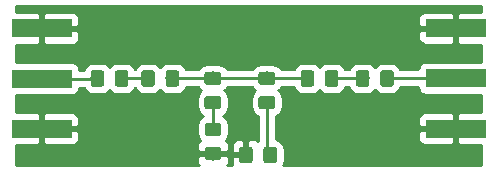
<source format=gbr>
G04 #@! TF.GenerationSoftware,KiCad,Pcbnew,(6.0.0-rc1-dev-305-gf0b8b21)*
G04 #@! TF.CreationDate,2020-01-21T14:47:54-08:00*
G04 #@! TF.ProjectId,3rd Order Inverser Chebyshev Shunt,337264204F7264657220496E76657273,rev?*
G04 #@! TF.SameCoordinates,Original*
G04 #@! TF.FileFunction,Copper,L1,Top,Signal*
G04 #@! TF.FilePolarity,Positive*
%FSLAX46Y46*%
G04 Gerber Fmt 4.6, Leading zero omitted, Abs format (unit mm)*
G04 Created by KiCad (PCBNEW (6.0.0-rc1-dev-305-gf0b8b21)) date Tuesday, January 21, 2020 at 02:47:54 PM*
%MOMM*%
%LPD*%
G01*
G04 APERTURE LIST*
G04 #@! TA.AperFunction,Conductor*
%ADD10C,0.100000*%
G04 #@! TD*
G04 #@! TA.AperFunction,SMDPad,CuDef*
%ADD11C,1.150000*%
G04 #@! TD*
G04 #@! TA.AperFunction,SMDPad,CuDef*
%ADD12R,5.080000X1.500000*%
G04 #@! TD*
G04 #@! TA.AperFunction,Conductor*
%ADD13C,0.250000*%
G04 #@! TD*
G04 #@! TA.AperFunction,Conductor*
%ADD14C,0.254000*%
G04 #@! TD*
G04 APERTURE END LIST*
D10*
G04 #@! TO.N,Net-(C1-Pad1)*
G04 #@! TO.C,C1*
G36*
X125589505Y-55943204D02*
X125613773Y-55946804D01*
X125637572Y-55952765D01*
X125660671Y-55961030D01*
X125682850Y-55971520D01*
X125703893Y-55984132D01*
X125723599Y-55998747D01*
X125741777Y-56015223D01*
X125758253Y-56033401D01*
X125772868Y-56053107D01*
X125785480Y-56074150D01*
X125795970Y-56096329D01*
X125804235Y-56119428D01*
X125810196Y-56143227D01*
X125813796Y-56167495D01*
X125815000Y-56191999D01*
X125815000Y-57092001D01*
X125813796Y-57116505D01*
X125810196Y-57140773D01*
X125804235Y-57164572D01*
X125795970Y-57187671D01*
X125785480Y-57209850D01*
X125772868Y-57230893D01*
X125758253Y-57250599D01*
X125741777Y-57268777D01*
X125723599Y-57285253D01*
X125703893Y-57299868D01*
X125682850Y-57312480D01*
X125660671Y-57322970D01*
X125637572Y-57331235D01*
X125613773Y-57337196D01*
X125589505Y-57340796D01*
X125565001Y-57342000D01*
X124914999Y-57342000D01*
X124890495Y-57340796D01*
X124866227Y-57337196D01*
X124842428Y-57331235D01*
X124819329Y-57322970D01*
X124797150Y-57312480D01*
X124776107Y-57299868D01*
X124756401Y-57285253D01*
X124738223Y-57268777D01*
X124721747Y-57250599D01*
X124707132Y-57230893D01*
X124694520Y-57209850D01*
X124684030Y-57187671D01*
X124675765Y-57164572D01*
X124669804Y-57140773D01*
X124666204Y-57116505D01*
X124665000Y-57092001D01*
X124665000Y-56191999D01*
X124666204Y-56167495D01*
X124669804Y-56143227D01*
X124675765Y-56119428D01*
X124684030Y-56096329D01*
X124694520Y-56074150D01*
X124707132Y-56053107D01*
X124721747Y-56033401D01*
X124738223Y-56015223D01*
X124756401Y-55998747D01*
X124776107Y-55984132D01*
X124797150Y-55971520D01*
X124819329Y-55961030D01*
X124842428Y-55952765D01*
X124866227Y-55946804D01*
X124890495Y-55943204D01*
X124914999Y-55942000D01*
X125565001Y-55942000D01*
X125589505Y-55943204D01*
X125589505Y-55943204D01*
G37*
D11*
G04 #@! TD*
G04 #@! TO.P,C1,1*
G04 #@! TO.N,Net-(C1-Pad1)*
X125240000Y-56642000D03*
D10*
G04 #@! TO.N,Net-(C1-Pad2)*
G04 #@! TO.C,C1*
G36*
X123539505Y-55943204D02*
X123563773Y-55946804D01*
X123587572Y-55952765D01*
X123610671Y-55961030D01*
X123632850Y-55971520D01*
X123653893Y-55984132D01*
X123673599Y-55998747D01*
X123691777Y-56015223D01*
X123708253Y-56033401D01*
X123722868Y-56053107D01*
X123735480Y-56074150D01*
X123745970Y-56096329D01*
X123754235Y-56119428D01*
X123760196Y-56143227D01*
X123763796Y-56167495D01*
X123765000Y-56191999D01*
X123765000Y-57092001D01*
X123763796Y-57116505D01*
X123760196Y-57140773D01*
X123754235Y-57164572D01*
X123745970Y-57187671D01*
X123735480Y-57209850D01*
X123722868Y-57230893D01*
X123708253Y-57250599D01*
X123691777Y-57268777D01*
X123673599Y-57285253D01*
X123653893Y-57299868D01*
X123632850Y-57312480D01*
X123610671Y-57322970D01*
X123587572Y-57331235D01*
X123563773Y-57337196D01*
X123539505Y-57340796D01*
X123515001Y-57342000D01*
X122864999Y-57342000D01*
X122840495Y-57340796D01*
X122816227Y-57337196D01*
X122792428Y-57331235D01*
X122769329Y-57322970D01*
X122747150Y-57312480D01*
X122726107Y-57299868D01*
X122706401Y-57285253D01*
X122688223Y-57268777D01*
X122671747Y-57250599D01*
X122657132Y-57230893D01*
X122644520Y-57209850D01*
X122634030Y-57187671D01*
X122625765Y-57164572D01*
X122619804Y-57140773D01*
X122616204Y-57116505D01*
X122615000Y-57092001D01*
X122615000Y-56191999D01*
X122616204Y-56167495D01*
X122619804Y-56143227D01*
X122625765Y-56119428D01*
X122634030Y-56096329D01*
X122644520Y-56074150D01*
X122657132Y-56053107D01*
X122671747Y-56033401D01*
X122688223Y-56015223D01*
X122706401Y-55998747D01*
X122726107Y-55984132D01*
X122747150Y-55971520D01*
X122769329Y-55961030D01*
X122792428Y-55952765D01*
X122816227Y-55946804D01*
X122840495Y-55943204D01*
X122864999Y-55942000D01*
X123515001Y-55942000D01*
X123539505Y-55943204D01*
X123539505Y-55943204D01*
G37*
D11*
G04 #@! TD*
G04 #@! TO.P,C1,2*
G04 #@! TO.N,Net-(C1-Pad2)*
X123190000Y-56642000D03*
D10*
G04 #@! TO.N,Net-(C2-Pad2)*
G04 #@! TO.C,C2*
G36*
X133434505Y-58109204D02*
X133458773Y-58112804D01*
X133482572Y-58118765D01*
X133505671Y-58127030D01*
X133527850Y-58137520D01*
X133548893Y-58150132D01*
X133568599Y-58164747D01*
X133586777Y-58181223D01*
X133603253Y-58199401D01*
X133617868Y-58219107D01*
X133630480Y-58240150D01*
X133640970Y-58262329D01*
X133649235Y-58285428D01*
X133655196Y-58309227D01*
X133658796Y-58333495D01*
X133660000Y-58357999D01*
X133660000Y-59008001D01*
X133658796Y-59032505D01*
X133655196Y-59056773D01*
X133649235Y-59080572D01*
X133640970Y-59103671D01*
X133630480Y-59125850D01*
X133617868Y-59146893D01*
X133603253Y-59166599D01*
X133586777Y-59184777D01*
X133568599Y-59201253D01*
X133548893Y-59215868D01*
X133527850Y-59228480D01*
X133505671Y-59238970D01*
X133482572Y-59247235D01*
X133458773Y-59253196D01*
X133434505Y-59256796D01*
X133410001Y-59258000D01*
X132509999Y-59258000D01*
X132485495Y-59256796D01*
X132461227Y-59253196D01*
X132437428Y-59247235D01*
X132414329Y-59238970D01*
X132392150Y-59228480D01*
X132371107Y-59215868D01*
X132351401Y-59201253D01*
X132333223Y-59184777D01*
X132316747Y-59166599D01*
X132302132Y-59146893D01*
X132289520Y-59125850D01*
X132279030Y-59103671D01*
X132270765Y-59080572D01*
X132264804Y-59056773D01*
X132261204Y-59032505D01*
X132260000Y-59008001D01*
X132260000Y-58357999D01*
X132261204Y-58333495D01*
X132264804Y-58309227D01*
X132270765Y-58285428D01*
X132279030Y-58262329D01*
X132289520Y-58240150D01*
X132302132Y-58219107D01*
X132316747Y-58199401D01*
X132333223Y-58181223D01*
X132351401Y-58164747D01*
X132371107Y-58150132D01*
X132392150Y-58137520D01*
X132414329Y-58127030D01*
X132437428Y-58118765D01*
X132461227Y-58112804D01*
X132485495Y-58109204D01*
X132509999Y-58108000D01*
X133410001Y-58108000D01*
X133434505Y-58109204D01*
X133434505Y-58109204D01*
G37*
D11*
G04 #@! TD*
G04 #@! TO.P,C2,2*
G04 #@! TO.N,Net-(C2-Pad2)*
X132960000Y-58683000D03*
D10*
G04 #@! TO.N,Net-(C2-Pad1)*
G04 #@! TO.C,C2*
G36*
X133434505Y-56059204D02*
X133458773Y-56062804D01*
X133482572Y-56068765D01*
X133505671Y-56077030D01*
X133527850Y-56087520D01*
X133548893Y-56100132D01*
X133568599Y-56114747D01*
X133586777Y-56131223D01*
X133603253Y-56149401D01*
X133617868Y-56169107D01*
X133630480Y-56190150D01*
X133640970Y-56212329D01*
X133649235Y-56235428D01*
X133655196Y-56259227D01*
X133658796Y-56283495D01*
X133660000Y-56307999D01*
X133660000Y-56958001D01*
X133658796Y-56982505D01*
X133655196Y-57006773D01*
X133649235Y-57030572D01*
X133640970Y-57053671D01*
X133630480Y-57075850D01*
X133617868Y-57096893D01*
X133603253Y-57116599D01*
X133586777Y-57134777D01*
X133568599Y-57151253D01*
X133548893Y-57165868D01*
X133527850Y-57178480D01*
X133505671Y-57188970D01*
X133482572Y-57197235D01*
X133458773Y-57203196D01*
X133434505Y-57206796D01*
X133410001Y-57208000D01*
X132509999Y-57208000D01*
X132485495Y-57206796D01*
X132461227Y-57203196D01*
X132437428Y-57197235D01*
X132414329Y-57188970D01*
X132392150Y-57178480D01*
X132371107Y-57165868D01*
X132351401Y-57151253D01*
X132333223Y-57134777D01*
X132316747Y-57116599D01*
X132302132Y-57096893D01*
X132289520Y-57075850D01*
X132279030Y-57053671D01*
X132270765Y-57030572D01*
X132264804Y-57006773D01*
X132261204Y-56982505D01*
X132260000Y-56958001D01*
X132260000Y-56307999D01*
X132261204Y-56283495D01*
X132264804Y-56259227D01*
X132270765Y-56235428D01*
X132279030Y-56212329D01*
X132289520Y-56190150D01*
X132302132Y-56169107D01*
X132316747Y-56149401D01*
X132333223Y-56131223D01*
X132351401Y-56114747D01*
X132371107Y-56100132D01*
X132392150Y-56087520D01*
X132414329Y-56077030D01*
X132437428Y-56068765D01*
X132461227Y-56062804D01*
X132485495Y-56059204D01*
X132509999Y-56058000D01*
X133410001Y-56058000D01*
X133434505Y-56059204D01*
X133434505Y-56059204D01*
G37*
D11*
G04 #@! TD*
G04 #@! TO.P,C2,1*
G04 #@! TO.N,Net-(C2-Pad1)*
X132960000Y-56633000D03*
D10*
G04 #@! TO.N,Net-(C2-Pad1)*
G04 #@! TO.C,C3*
G36*
X138006505Y-56059204D02*
X138030773Y-56062804D01*
X138054572Y-56068765D01*
X138077671Y-56077030D01*
X138099850Y-56087520D01*
X138120893Y-56100132D01*
X138140599Y-56114747D01*
X138158777Y-56131223D01*
X138175253Y-56149401D01*
X138189868Y-56169107D01*
X138202480Y-56190150D01*
X138212970Y-56212329D01*
X138221235Y-56235428D01*
X138227196Y-56259227D01*
X138230796Y-56283495D01*
X138232000Y-56307999D01*
X138232000Y-56958001D01*
X138230796Y-56982505D01*
X138227196Y-57006773D01*
X138221235Y-57030572D01*
X138212970Y-57053671D01*
X138202480Y-57075850D01*
X138189868Y-57096893D01*
X138175253Y-57116599D01*
X138158777Y-57134777D01*
X138140599Y-57151253D01*
X138120893Y-57165868D01*
X138099850Y-57178480D01*
X138077671Y-57188970D01*
X138054572Y-57197235D01*
X138030773Y-57203196D01*
X138006505Y-57206796D01*
X137982001Y-57208000D01*
X137081999Y-57208000D01*
X137057495Y-57206796D01*
X137033227Y-57203196D01*
X137009428Y-57197235D01*
X136986329Y-57188970D01*
X136964150Y-57178480D01*
X136943107Y-57165868D01*
X136923401Y-57151253D01*
X136905223Y-57134777D01*
X136888747Y-57116599D01*
X136874132Y-57096893D01*
X136861520Y-57075850D01*
X136851030Y-57053671D01*
X136842765Y-57030572D01*
X136836804Y-57006773D01*
X136833204Y-56982505D01*
X136832000Y-56958001D01*
X136832000Y-56307999D01*
X136833204Y-56283495D01*
X136836804Y-56259227D01*
X136842765Y-56235428D01*
X136851030Y-56212329D01*
X136861520Y-56190150D01*
X136874132Y-56169107D01*
X136888747Y-56149401D01*
X136905223Y-56131223D01*
X136923401Y-56114747D01*
X136943107Y-56100132D01*
X136964150Y-56087520D01*
X136986329Y-56077030D01*
X137009428Y-56068765D01*
X137033227Y-56062804D01*
X137057495Y-56059204D01*
X137081999Y-56058000D01*
X137982001Y-56058000D01*
X138006505Y-56059204D01*
X138006505Y-56059204D01*
G37*
D11*
G04 #@! TD*
G04 #@! TO.P,C3,1*
G04 #@! TO.N,Net-(C2-Pad1)*
X137532000Y-56633000D03*
D10*
G04 #@! TO.N,Net-(C3-Pad2)*
G04 #@! TO.C,C3*
G36*
X138006505Y-58109204D02*
X138030773Y-58112804D01*
X138054572Y-58118765D01*
X138077671Y-58127030D01*
X138099850Y-58137520D01*
X138120893Y-58150132D01*
X138140599Y-58164747D01*
X138158777Y-58181223D01*
X138175253Y-58199401D01*
X138189868Y-58219107D01*
X138202480Y-58240150D01*
X138212970Y-58262329D01*
X138221235Y-58285428D01*
X138227196Y-58309227D01*
X138230796Y-58333495D01*
X138232000Y-58357999D01*
X138232000Y-59008001D01*
X138230796Y-59032505D01*
X138227196Y-59056773D01*
X138221235Y-59080572D01*
X138212970Y-59103671D01*
X138202480Y-59125850D01*
X138189868Y-59146893D01*
X138175253Y-59166599D01*
X138158777Y-59184777D01*
X138140599Y-59201253D01*
X138120893Y-59215868D01*
X138099850Y-59228480D01*
X138077671Y-59238970D01*
X138054572Y-59247235D01*
X138030773Y-59253196D01*
X138006505Y-59256796D01*
X137982001Y-59258000D01*
X137081999Y-59258000D01*
X137057495Y-59256796D01*
X137033227Y-59253196D01*
X137009428Y-59247235D01*
X136986329Y-59238970D01*
X136964150Y-59228480D01*
X136943107Y-59215868D01*
X136923401Y-59201253D01*
X136905223Y-59184777D01*
X136888747Y-59166599D01*
X136874132Y-59146893D01*
X136861520Y-59125850D01*
X136851030Y-59103671D01*
X136842765Y-59080572D01*
X136836804Y-59056773D01*
X136833204Y-59032505D01*
X136832000Y-59008001D01*
X136832000Y-58357999D01*
X136833204Y-58333495D01*
X136836804Y-58309227D01*
X136842765Y-58285428D01*
X136851030Y-58262329D01*
X136861520Y-58240150D01*
X136874132Y-58219107D01*
X136888747Y-58199401D01*
X136905223Y-58181223D01*
X136923401Y-58164747D01*
X136943107Y-58150132D01*
X136964150Y-58137520D01*
X136986329Y-58127030D01*
X137009428Y-58118765D01*
X137033227Y-58112804D01*
X137057495Y-58109204D01*
X137081999Y-58108000D01*
X137982001Y-58108000D01*
X138006505Y-58109204D01*
X138006505Y-58109204D01*
G37*
D11*
G04 #@! TD*
G04 #@! TO.P,C3,2*
G04 #@! TO.N,Net-(C3-Pad2)*
X137532000Y-58683000D03*
D10*
G04 #@! TO.N,Net-(C4-Pad2)*
G04 #@! TO.C,C4*
G36*
X146000505Y-55943204D02*
X146024773Y-55946804D01*
X146048572Y-55952765D01*
X146071671Y-55961030D01*
X146093850Y-55971520D01*
X146114893Y-55984132D01*
X146134599Y-55998747D01*
X146152777Y-56015223D01*
X146169253Y-56033401D01*
X146183868Y-56053107D01*
X146196480Y-56074150D01*
X146206970Y-56096329D01*
X146215235Y-56119428D01*
X146221196Y-56143227D01*
X146224796Y-56167495D01*
X146226000Y-56191999D01*
X146226000Y-57092001D01*
X146224796Y-57116505D01*
X146221196Y-57140773D01*
X146215235Y-57164572D01*
X146206970Y-57187671D01*
X146196480Y-57209850D01*
X146183868Y-57230893D01*
X146169253Y-57250599D01*
X146152777Y-57268777D01*
X146134599Y-57285253D01*
X146114893Y-57299868D01*
X146093850Y-57312480D01*
X146071671Y-57322970D01*
X146048572Y-57331235D01*
X146024773Y-57337196D01*
X146000505Y-57340796D01*
X145976001Y-57342000D01*
X145325999Y-57342000D01*
X145301495Y-57340796D01*
X145277227Y-57337196D01*
X145253428Y-57331235D01*
X145230329Y-57322970D01*
X145208150Y-57312480D01*
X145187107Y-57299868D01*
X145167401Y-57285253D01*
X145149223Y-57268777D01*
X145132747Y-57250599D01*
X145118132Y-57230893D01*
X145105520Y-57209850D01*
X145095030Y-57187671D01*
X145086765Y-57164572D01*
X145080804Y-57140773D01*
X145077204Y-57116505D01*
X145076000Y-57092001D01*
X145076000Y-56191999D01*
X145077204Y-56167495D01*
X145080804Y-56143227D01*
X145086765Y-56119428D01*
X145095030Y-56096329D01*
X145105520Y-56074150D01*
X145118132Y-56053107D01*
X145132747Y-56033401D01*
X145149223Y-56015223D01*
X145167401Y-55998747D01*
X145187107Y-55984132D01*
X145208150Y-55971520D01*
X145230329Y-55961030D01*
X145253428Y-55952765D01*
X145277227Y-55946804D01*
X145301495Y-55943204D01*
X145325999Y-55942000D01*
X145976001Y-55942000D01*
X146000505Y-55943204D01*
X146000505Y-55943204D01*
G37*
D11*
G04 #@! TD*
G04 #@! TO.P,C4,2*
G04 #@! TO.N,Net-(C4-Pad2)*
X145651000Y-56642000D03*
D10*
G04 #@! TO.N,Net-(C4-Pad1)*
G04 #@! TO.C,C4*
G36*
X148050505Y-55943204D02*
X148074773Y-55946804D01*
X148098572Y-55952765D01*
X148121671Y-55961030D01*
X148143850Y-55971520D01*
X148164893Y-55984132D01*
X148184599Y-55998747D01*
X148202777Y-56015223D01*
X148219253Y-56033401D01*
X148233868Y-56053107D01*
X148246480Y-56074150D01*
X148256970Y-56096329D01*
X148265235Y-56119428D01*
X148271196Y-56143227D01*
X148274796Y-56167495D01*
X148276000Y-56191999D01*
X148276000Y-57092001D01*
X148274796Y-57116505D01*
X148271196Y-57140773D01*
X148265235Y-57164572D01*
X148256970Y-57187671D01*
X148246480Y-57209850D01*
X148233868Y-57230893D01*
X148219253Y-57250599D01*
X148202777Y-57268777D01*
X148184599Y-57285253D01*
X148164893Y-57299868D01*
X148143850Y-57312480D01*
X148121671Y-57322970D01*
X148098572Y-57331235D01*
X148074773Y-57337196D01*
X148050505Y-57340796D01*
X148026001Y-57342000D01*
X147375999Y-57342000D01*
X147351495Y-57340796D01*
X147327227Y-57337196D01*
X147303428Y-57331235D01*
X147280329Y-57322970D01*
X147258150Y-57312480D01*
X147237107Y-57299868D01*
X147217401Y-57285253D01*
X147199223Y-57268777D01*
X147182747Y-57250599D01*
X147168132Y-57230893D01*
X147155520Y-57209850D01*
X147145030Y-57187671D01*
X147136765Y-57164572D01*
X147130804Y-57140773D01*
X147127204Y-57116505D01*
X147126000Y-57092001D01*
X147126000Y-56191999D01*
X147127204Y-56167495D01*
X147130804Y-56143227D01*
X147136765Y-56119428D01*
X147145030Y-56096329D01*
X147155520Y-56074150D01*
X147168132Y-56053107D01*
X147182747Y-56033401D01*
X147199223Y-56015223D01*
X147217401Y-55998747D01*
X147237107Y-55984132D01*
X147258150Y-55971520D01*
X147280329Y-55961030D01*
X147303428Y-55952765D01*
X147327227Y-55946804D01*
X147351495Y-55943204D01*
X147375999Y-55942000D01*
X148026001Y-55942000D01*
X148050505Y-55943204D01*
X148050505Y-55943204D01*
G37*
D11*
G04 #@! TD*
G04 #@! TO.P,C4,1*
G04 #@! TO.N,Net-(C4-Pad1)*
X147701000Y-56642000D03*
D12*
G04 #@! TO.P,J1,1*
G04 #@! TO.N,Net-(C1-Pad2)*
X118491000Y-56659001D03*
G04 #@! TO.P,J1,2*
G04 #@! TO.N,GND*
X118491000Y-60909001D03*
X118491000Y-52409001D03*
G04 #@! TD*
G04 #@! TO.P,J2,2*
G04 #@! TO.N,GND*
X153543000Y-60892000D03*
X153543000Y-52392000D03*
G04 #@! TO.P,J2,1*
G04 #@! TO.N,Net-(C4-Pad1)*
X153543000Y-56642000D03*
G04 #@! TD*
D10*
G04 #@! TO.N,Net-(C1-Pad1)*
G04 #@! TO.C,L1*
G36*
X127839505Y-55943204D02*
X127863773Y-55946804D01*
X127887572Y-55952765D01*
X127910671Y-55961030D01*
X127932850Y-55971520D01*
X127953893Y-55984132D01*
X127973599Y-55998747D01*
X127991777Y-56015223D01*
X128008253Y-56033401D01*
X128022868Y-56053107D01*
X128035480Y-56074150D01*
X128045970Y-56096329D01*
X128054235Y-56119428D01*
X128060196Y-56143227D01*
X128063796Y-56167495D01*
X128065000Y-56191999D01*
X128065000Y-57092001D01*
X128063796Y-57116505D01*
X128060196Y-57140773D01*
X128054235Y-57164572D01*
X128045970Y-57187671D01*
X128035480Y-57209850D01*
X128022868Y-57230893D01*
X128008253Y-57250599D01*
X127991777Y-57268777D01*
X127973599Y-57285253D01*
X127953893Y-57299868D01*
X127932850Y-57312480D01*
X127910671Y-57322970D01*
X127887572Y-57331235D01*
X127863773Y-57337196D01*
X127839505Y-57340796D01*
X127815001Y-57342000D01*
X127164999Y-57342000D01*
X127140495Y-57340796D01*
X127116227Y-57337196D01*
X127092428Y-57331235D01*
X127069329Y-57322970D01*
X127047150Y-57312480D01*
X127026107Y-57299868D01*
X127006401Y-57285253D01*
X126988223Y-57268777D01*
X126971747Y-57250599D01*
X126957132Y-57230893D01*
X126944520Y-57209850D01*
X126934030Y-57187671D01*
X126925765Y-57164572D01*
X126919804Y-57140773D01*
X126916204Y-57116505D01*
X126915000Y-57092001D01*
X126915000Y-56191999D01*
X126916204Y-56167495D01*
X126919804Y-56143227D01*
X126925765Y-56119428D01*
X126934030Y-56096329D01*
X126944520Y-56074150D01*
X126957132Y-56053107D01*
X126971747Y-56033401D01*
X126988223Y-56015223D01*
X127006401Y-55998747D01*
X127026107Y-55984132D01*
X127047150Y-55971520D01*
X127069329Y-55961030D01*
X127092428Y-55952765D01*
X127116227Y-55946804D01*
X127140495Y-55943204D01*
X127164999Y-55942000D01*
X127815001Y-55942000D01*
X127839505Y-55943204D01*
X127839505Y-55943204D01*
G37*
D11*
G04 #@! TD*
G04 #@! TO.P,L1,1*
G04 #@! TO.N,Net-(C1-Pad1)*
X127490000Y-56642000D03*
D10*
G04 #@! TO.N,Net-(C2-Pad1)*
G04 #@! TO.C,L1*
G36*
X129889505Y-55943204D02*
X129913773Y-55946804D01*
X129937572Y-55952765D01*
X129960671Y-55961030D01*
X129982850Y-55971520D01*
X130003893Y-55984132D01*
X130023599Y-55998747D01*
X130041777Y-56015223D01*
X130058253Y-56033401D01*
X130072868Y-56053107D01*
X130085480Y-56074150D01*
X130095970Y-56096329D01*
X130104235Y-56119428D01*
X130110196Y-56143227D01*
X130113796Y-56167495D01*
X130115000Y-56191999D01*
X130115000Y-57092001D01*
X130113796Y-57116505D01*
X130110196Y-57140773D01*
X130104235Y-57164572D01*
X130095970Y-57187671D01*
X130085480Y-57209850D01*
X130072868Y-57230893D01*
X130058253Y-57250599D01*
X130041777Y-57268777D01*
X130023599Y-57285253D01*
X130003893Y-57299868D01*
X129982850Y-57312480D01*
X129960671Y-57322970D01*
X129937572Y-57331235D01*
X129913773Y-57337196D01*
X129889505Y-57340796D01*
X129865001Y-57342000D01*
X129214999Y-57342000D01*
X129190495Y-57340796D01*
X129166227Y-57337196D01*
X129142428Y-57331235D01*
X129119329Y-57322970D01*
X129097150Y-57312480D01*
X129076107Y-57299868D01*
X129056401Y-57285253D01*
X129038223Y-57268777D01*
X129021747Y-57250599D01*
X129007132Y-57230893D01*
X128994520Y-57209850D01*
X128984030Y-57187671D01*
X128975765Y-57164572D01*
X128969804Y-57140773D01*
X128966204Y-57116505D01*
X128965000Y-57092001D01*
X128965000Y-56191999D01*
X128966204Y-56167495D01*
X128969804Y-56143227D01*
X128975765Y-56119428D01*
X128984030Y-56096329D01*
X128994520Y-56074150D01*
X129007132Y-56053107D01*
X129021747Y-56033401D01*
X129038223Y-56015223D01*
X129056401Y-55998747D01*
X129076107Y-55984132D01*
X129097150Y-55971520D01*
X129119329Y-55961030D01*
X129142428Y-55952765D01*
X129166227Y-55946804D01*
X129190495Y-55943204D01*
X129214999Y-55942000D01*
X129865001Y-55942000D01*
X129889505Y-55943204D01*
X129889505Y-55943204D01*
G37*
D11*
G04 #@! TD*
G04 #@! TO.P,L1,2*
G04 #@! TO.N,Net-(C2-Pad1)*
X129540000Y-56642000D03*
D10*
G04 #@! TO.N,GND*
G04 #@! TO.C,L2*
G36*
X133452505Y-62427204D02*
X133476773Y-62430804D01*
X133500572Y-62436765D01*
X133523671Y-62445030D01*
X133545850Y-62455520D01*
X133566893Y-62468132D01*
X133586599Y-62482747D01*
X133604777Y-62499223D01*
X133621253Y-62517401D01*
X133635868Y-62537107D01*
X133648480Y-62558150D01*
X133658970Y-62580329D01*
X133667235Y-62603428D01*
X133673196Y-62627227D01*
X133676796Y-62651495D01*
X133678000Y-62675999D01*
X133678000Y-63326001D01*
X133676796Y-63350505D01*
X133673196Y-63374773D01*
X133667235Y-63398572D01*
X133658970Y-63421671D01*
X133648480Y-63443850D01*
X133635868Y-63464893D01*
X133621253Y-63484599D01*
X133604777Y-63502777D01*
X133586599Y-63519253D01*
X133566893Y-63533868D01*
X133545850Y-63546480D01*
X133523671Y-63556970D01*
X133500572Y-63565235D01*
X133476773Y-63571196D01*
X133452505Y-63574796D01*
X133428001Y-63576000D01*
X132527999Y-63576000D01*
X132503495Y-63574796D01*
X132479227Y-63571196D01*
X132455428Y-63565235D01*
X132432329Y-63556970D01*
X132410150Y-63546480D01*
X132389107Y-63533868D01*
X132369401Y-63519253D01*
X132351223Y-63502777D01*
X132334747Y-63484599D01*
X132320132Y-63464893D01*
X132307520Y-63443850D01*
X132297030Y-63421671D01*
X132288765Y-63398572D01*
X132282804Y-63374773D01*
X132279204Y-63350505D01*
X132278000Y-63326001D01*
X132278000Y-62675999D01*
X132279204Y-62651495D01*
X132282804Y-62627227D01*
X132288765Y-62603428D01*
X132297030Y-62580329D01*
X132307520Y-62558150D01*
X132320132Y-62537107D01*
X132334747Y-62517401D01*
X132351223Y-62499223D01*
X132369401Y-62482747D01*
X132389107Y-62468132D01*
X132410150Y-62455520D01*
X132432329Y-62445030D01*
X132455428Y-62436765D01*
X132479227Y-62430804D01*
X132503495Y-62427204D01*
X132527999Y-62426000D01*
X133428001Y-62426000D01*
X133452505Y-62427204D01*
X133452505Y-62427204D01*
G37*
D11*
G04 #@! TD*
G04 #@! TO.P,L2,2*
G04 #@! TO.N,GND*
X132978000Y-63001000D03*
D10*
G04 #@! TO.N,Net-(C2-Pad2)*
G04 #@! TO.C,L2*
G36*
X133452505Y-60377204D02*
X133476773Y-60380804D01*
X133500572Y-60386765D01*
X133523671Y-60395030D01*
X133545850Y-60405520D01*
X133566893Y-60418132D01*
X133586599Y-60432747D01*
X133604777Y-60449223D01*
X133621253Y-60467401D01*
X133635868Y-60487107D01*
X133648480Y-60508150D01*
X133658970Y-60530329D01*
X133667235Y-60553428D01*
X133673196Y-60577227D01*
X133676796Y-60601495D01*
X133678000Y-60625999D01*
X133678000Y-61276001D01*
X133676796Y-61300505D01*
X133673196Y-61324773D01*
X133667235Y-61348572D01*
X133658970Y-61371671D01*
X133648480Y-61393850D01*
X133635868Y-61414893D01*
X133621253Y-61434599D01*
X133604777Y-61452777D01*
X133586599Y-61469253D01*
X133566893Y-61483868D01*
X133545850Y-61496480D01*
X133523671Y-61506970D01*
X133500572Y-61515235D01*
X133476773Y-61521196D01*
X133452505Y-61524796D01*
X133428001Y-61526000D01*
X132527999Y-61526000D01*
X132503495Y-61524796D01*
X132479227Y-61521196D01*
X132455428Y-61515235D01*
X132432329Y-61506970D01*
X132410150Y-61496480D01*
X132389107Y-61483868D01*
X132369401Y-61469253D01*
X132351223Y-61452777D01*
X132334747Y-61434599D01*
X132320132Y-61414893D01*
X132307520Y-61393850D01*
X132297030Y-61371671D01*
X132288765Y-61348572D01*
X132282804Y-61324773D01*
X132279204Y-61300505D01*
X132278000Y-61276001D01*
X132278000Y-60625999D01*
X132279204Y-60601495D01*
X132282804Y-60577227D01*
X132288765Y-60553428D01*
X132297030Y-60530329D01*
X132307520Y-60508150D01*
X132320132Y-60487107D01*
X132334747Y-60467401D01*
X132351223Y-60449223D01*
X132369401Y-60432747D01*
X132389107Y-60418132D01*
X132410150Y-60405520D01*
X132432329Y-60395030D01*
X132455428Y-60386765D01*
X132479227Y-60380804D01*
X132503495Y-60377204D01*
X132527999Y-60376000D01*
X133428001Y-60376000D01*
X133452505Y-60377204D01*
X133452505Y-60377204D01*
G37*
D11*
G04 #@! TD*
G04 #@! TO.P,L2,1*
G04 #@! TO.N,Net-(C2-Pad2)*
X132978000Y-60951000D03*
D10*
G04 #@! TO.N,Net-(C3-Pad2)*
G04 #@! TO.C,L3*
G36*
X138162505Y-62420204D02*
X138186773Y-62423804D01*
X138210572Y-62429765D01*
X138233671Y-62438030D01*
X138255850Y-62448520D01*
X138276893Y-62461132D01*
X138296599Y-62475747D01*
X138314777Y-62492223D01*
X138331253Y-62510401D01*
X138345868Y-62530107D01*
X138358480Y-62551150D01*
X138368970Y-62573329D01*
X138377235Y-62596428D01*
X138383196Y-62620227D01*
X138386796Y-62644495D01*
X138388000Y-62668999D01*
X138388000Y-63569001D01*
X138386796Y-63593505D01*
X138383196Y-63617773D01*
X138377235Y-63641572D01*
X138368970Y-63664671D01*
X138358480Y-63686850D01*
X138345868Y-63707893D01*
X138331253Y-63727599D01*
X138314777Y-63745777D01*
X138296599Y-63762253D01*
X138276893Y-63776868D01*
X138255850Y-63789480D01*
X138233671Y-63799970D01*
X138210572Y-63808235D01*
X138186773Y-63814196D01*
X138162505Y-63817796D01*
X138138001Y-63819000D01*
X137487999Y-63819000D01*
X137463495Y-63817796D01*
X137439227Y-63814196D01*
X137415428Y-63808235D01*
X137392329Y-63799970D01*
X137370150Y-63789480D01*
X137349107Y-63776868D01*
X137329401Y-63762253D01*
X137311223Y-63745777D01*
X137294747Y-63727599D01*
X137280132Y-63707893D01*
X137267520Y-63686850D01*
X137257030Y-63664671D01*
X137248765Y-63641572D01*
X137242804Y-63617773D01*
X137239204Y-63593505D01*
X137238000Y-63569001D01*
X137238000Y-62668999D01*
X137239204Y-62644495D01*
X137242804Y-62620227D01*
X137248765Y-62596428D01*
X137257030Y-62573329D01*
X137267520Y-62551150D01*
X137280132Y-62530107D01*
X137294747Y-62510401D01*
X137311223Y-62492223D01*
X137329401Y-62475747D01*
X137349107Y-62461132D01*
X137370150Y-62448520D01*
X137392329Y-62438030D01*
X137415428Y-62429765D01*
X137439227Y-62423804D01*
X137463495Y-62420204D01*
X137487999Y-62419000D01*
X138138001Y-62419000D01*
X138162505Y-62420204D01*
X138162505Y-62420204D01*
G37*
D11*
G04 #@! TD*
G04 #@! TO.P,L3,1*
G04 #@! TO.N,Net-(C3-Pad2)*
X137813000Y-63119000D03*
D10*
G04 #@! TO.N,GND*
G04 #@! TO.C,L3*
G36*
X136112505Y-62420204D02*
X136136773Y-62423804D01*
X136160572Y-62429765D01*
X136183671Y-62438030D01*
X136205850Y-62448520D01*
X136226893Y-62461132D01*
X136246599Y-62475747D01*
X136264777Y-62492223D01*
X136281253Y-62510401D01*
X136295868Y-62530107D01*
X136308480Y-62551150D01*
X136318970Y-62573329D01*
X136327235Y-62596428D01*
X136333196Y-62620227D01*
X136336796Y-62644495D01*
X136338000Y-62668999D01*
X136338000Y-63569001D01*
X136336796Y-63593505D01*
X136333196Y-63617773D01*
X136327235Y-63641572D01*
X136318970Y-63664671D01*
X136308480Y-63686850D01*
X136295868Y-63707893D01*
X136281253Y-63727599D01*
X136264777Y-63745777D01*
X136246599Y-63762253D01*
X136226893Y-63776868D01*
X136205850Y-63789480D01*
X136183671Y-63799970D01*
X136160572Y-63808235D01*
X136136773Y-63814196D01*
X136112505Y-63817796D01*
X136088001Y-63819000D01*
X135437999Y-63819000D01*
X135413495Y-63817796D01*
X135389227Y-63814196D01*
X135365428Y-63808235D01*
X135342329Y-63799970D01*
X135320150Y-63789480D01*
X135299107Y-63776868D01*
X135279401Y-63762253D01*
X135261223Y-63745777D01*
X135244747Y-63727599D01*
X135230132Y-63707893D01*
X135217520Y-63686850D01*
X135207030Y-63664671D01*
X135198765Y-63641572D01*
X135192804Y-63617773D01*
X135189204Y-63593505D01*
X135188000Y-63569001D01*
X135188000Y-62668999D01*
X135189204Y-62644495D01*
X135192804Y-62620227D01*
X135198765Y-62596428D01*
X135207030Y-62573329D01*
X135217520Y-62551150D01*
X135230132Y-62530107D01*
X135244747Y-62510401D01*
X135261223Y-62492223D01*
X135279401Y-62475747D01*
X135299107Y-62461132D01*
X135320150Y-62448520D01*
X135342329Y-62438030D01*
X135365428Y-62429765D01*
X135389227Y-62423804D01*
X135413495Y-62420204D01*
X135437999Y-62419000D01*
X136088001Y-62419000D01*
X136112505Y-62420204D01*
X136112505Y-62420204D01*
G37*
D11*
G04 #@! TD*
G04 #@! TO.P,L3,2*
G04 #@! TO.N,GND*
X135763000Y-63119000D03*
D10*
G04 #@! TO.N,Net-(C4-Pad2)*
G04 #@! TO.C,L4*
G36*
X143369505Y-55943204D02*
X143393773Y-55946804D01*
X143417572Y-55952765D01*
X143440671Y-55961030D01*
X143462850Y-55971520D01*
X143483893Y-55984132D01*
X143503599Y-55998747D01*
X143521777Y-56015223D01*
X143538253Y-56033401D01*
X143552868Y-56053107D01*
X143565480Y-56074150D01*
X143575970Y-56096329D01*
X143584235Y-56119428D01*
X143590196Y-56143227D01*
X143593796Y-56167495D01*
X143595000Y-56191999D01*
X143595000Y-57092001D01*
X143593796Y-57116505D01*
X143590196Y-57140773D01*
X143584235Y-57164572D01*
X143575970Y-57187671D01*
X143565480Y-57209850D01*
X143552868Y-57230893D01*
X143538253Y-57250599D01*
X143521777Y-57268777D01*
X143503599Y-57285253D01*
X143483893Y-57299868D01*
X143462850Y-57312480D01*
X143440671Y-57322970D01*
X143417572Y-57331235D01*
X143393773Y-57337196D01*
X143369505Y-57340796D01*
X143345001Y-57342000D01*
X142694999Y-57342000D01*
X142670495Y-57340796D01*
X142646227Y-57337196D01*
X142622428Y-57331235D01*
X142599329Y-57322970D01*
X142577150Y-57312480D01*
X142556107Y-57299868D01*
X142536401Y-57285253D01*
X142518223Y-57268777D01*
X142501747Y-57250599D01*
X142487132Y-57230893D01*
X142474520Y-57209850D01*
X142464030Y-57187671D01*
X142455765Y-57164572D01*
X142449804Y-57140773D01*
X142446204Y-57116505D01*
X142445000Y-57092001D01*
X142445000Y-56191999D01*
X142446204Y-56167495D01*
X142449804Y-56143227D01*
X142455765Y-56119428D01*
X142464030Y-56096329D01*
X142474520Y-56074150D01*
X142487132Y-56053107D01*
X142501747Y-56033401D01*
X142518223Y-56015223D01*
X142536401Y-55998747D01*
X142556107Y-55984132D01*
X142577150Y-55971520D01*
X142599329Y-55961030D01*
X142622428Y-55952765D01*
X142646227Y-55946804D01*
X142670495Y-55943204D01*
X142694999Y-55942000D01*
X143345001Y-55942000D01*
X143369505Y-55943204D01*
X143369505Y-55943204D01*
G37*
D11*
G04 #@! TD*
G04 #@! TO.P,L4,2*
G04 #@! TO.N,Net-(C4-Pad2)*
X143020000Y-56642000D03*
D10*
G04 #@! TO.N,Net-(C2-Pad1)*
G04 #@! TO.C,L4*
G36*
X141319505Y-55943204D02*
X141343773Y-55946804D01*
X141367572Y-55952765D01*
X141390671Y-55961030D01*
X141412850Y-55971520D01*
X141433893Y-55984132D01*
X141453599Y-55998747D01*
X141471777Y-56015223D01*
X141488253Y-56033401D01*
X141502868Y-56053107D01*
X141515480Y-56074150D01*
X141525970Y-56096329D01*
X141534235Y-56119428D01*
X141540196Y-56143227D01*
X141543796Y-56167495D01*
X141545000Y-56191999D01*
X141545000Y-57092001D01*
X141543796Y-57116505D01*
X141540196Y-57140773D01*
X141534235Y-57164572D01*
X141525970Y-57187671D01*
X141515480Y-57209850D01*
X141502868Y-57230893D01*
X141488253Y-57250599D01*
X141471777Y-57268777D01*
X141453599Y-57285253D01*
X141433893Y-57299868D01*
X141412850Y-57312480D01*
X141390671Y-57322970D01*
X141367572Y-57331235D01*
X141343773Y-57337196D01*
X141319505Y-57340796D01*
X141295001Y-57342000D01*
X140644999Y-57342000D01*
X140620495Y-57340796D01*
X140596227Y-57337196D01*
X140572428Y-57331235D01*
X140549329Y-57322970D01*
X140527150Y-57312480D01*
X140506107Y-57299868D01*
X140486401Y-57285253D01*
X140468223Y-57268777D01*
X140451747Y-57250599D01*
X140437132Y-57230893D01*
X140424520Y-57209850D01*
X140414030Y-57187671D01*
X140405765Y-57164572D01*
X140399804Y-57140773D01*
X140396204Y-57116505D01*
X140395000Y-57092001D01*
X140395000Y-56191999D01*
X140396204Y-56167495D01*
X140399804Y-56143227D01*
X140405765Y-56119428D01*
X140414030Y-56096329D01*
X140424520Y-56074150D01*
X140437132Y-56053107D01*
X140451747Y-56033401D01*
X140468223Y-56015223D01*
X140486401Y-55998747D01*
X140506107Y-55984132D01*
X140527150Y-55971520D01*
X140549329Y-55961030D01*
X140572428Y-55952765D01*
X140596227Y-55946804D01*
X140620495Y-55943204D01*
X140644999Y-55942000D01*
X141295001Y-55942000D01*
X141319505Y-55943204D01*
X141319505Y-55943204D01*
G37*
D11*
G04 #@! TD*
G04 #@! TO.P,L4,1*
G04 #@! TO.N,Net-(C2-Pad1)*
X140970000Y-56642000D03*
D13*
G04 #@! TO.N,Net-(C1-Pad1)*
X125240000Y-56642000D02*
X127490000Y-56642000D01*
G04 #@! TO.N,Net-(C1-Pad2)*
X123172999Y-56659001D02*
X123190000Y-56642000D01*
X118491000Y-56659001D02*
X123172999Y-56659001D01*
G04 #@! TO.N,Net-(C2-Pad2)*
X132960000Y-60933000D02*
X132978000Y-60951000D01*
X132960000Y-58683000D02*
X132960000Y-60933000D01*
G04 #@! TO.N,Net-(C2-Pad1)*
X132951000Y-56642000D02*
X132960000Y-56633000D01*
X129540000Y-56642000D02*
X132951000Y-56642000D01*
X140961000Y-56633000D02*
X140970000Y-56642000D01*
X132960000Y-56633000D02*
X140961000Y-56633000D01*
G04 #@! TO.N,Net-(C3-Pad2)*
X137532000Y-62838000D02*
X137813000Y-63119000D01*
X137532000Y-58683000D02*
X137532000Y-62838000D01*
G04 #@! TO.N,Net-(C4-Pad2)*
X143020000Y-56642000D02*
X145651000Y-56642000D01*
G04 #@! TO.N,Net-(C4-Pad1)*
X147701000Y-56642000D02*
X153543000Y-56642000D01*
G04 #@! TD*
D14*
G04 #@! TO.N,GND*
G36*
X139815873Y-57435436D02*
X140010414Y-57726586D01*
X140301564Y-57921127D01*
X140644999Y-57989440D01*
X141295001Y-57989440D01*
X141638436Y-57921127D01*
X141929586Y-57726586D01*
X141995000Y-57628687D01*
X142060414Y-57726586D01*
X142351564Y-57921127D01*
X142694999Y-57989440D01*
X143345001Y-57989440D01*
X143688436Y-57921127D01*
X143979586Y-57726586D01*
X144174127Y-57435436D01*
X144180778Y-57402000D01*
X144490222Y-57402000D01*
X144496873Y-57435436D01*
X144691414Y-57726586D01*
X144982564Y-57921127D01*
X145325999Y-57989440D01*
X145976001Y-57989440D01*
X146319436Y-57921127D01*
X146610586Y-57726586D01*
X146676000Y-57628687D01*
X146741414Y-57726586D01*
X147032564Y-57921127D01*
X147375999Y-57989440D01*
X148026001Y-57989440D01*
X148369436Y-57921127D01*
X148660586Y-57726586D01*
X148855127Y-57435436D01*
X148861778Y-57402000D01*
X150357549Y-57402000D01*
X150404843Y-57639765D01*
X150545191Y-57849809D01*
X150755235Y-57990157D01*
X151003000Y-58039440D01*
X155642000Y-58039440D01*
X155642000Y-59507000D01*
X153828750Y-59507000D01*
X153670000Y-59665750D01*
X153670000Y-60765000D01*
X153690000Y-60765000D01*
X153690000Y-61019000D01*
X153670000Y-61019000D01*
X153670000Y-62118250D01*
X153828750Y-62277000D01*
X155642000Y-62277000D01*
X155642000Y-64008000D01*
X138903273Y-64008000D01*
X138967127Y-63912436D01*
X139035440Y-63569001D01*
X139035440Y-62668999D01*
X138967127Y-62325564D01*
X138772586Y-62034414D01*
X138481436Y-61839873D01*
X138292000Y-61802192D01*
X138292000Y-61177750D01*
X150368000Y-61177750D01*
X150368000Y-61768309D01*
X150464673Y-62001698D01*
X150643301Y-62180327D01*
X150876690Y-62277000D01*
X153257250Y-62277000D01*
X153416000Y-62118250D01*
X153416000Y-61019000D01*
X150526750Y-61019000D01*
X150368000Y-61177750D01*
X138292000Y-61177750D01*
X138292000Y-60015691D01*
X150368000Y-60015691D01*
X150368000Y-60606250D01*
X150526750Y-60765000D01*
X153416000Y-60765000D01*
X153416000Y-59665750D01*
X153257250Y-59507000D01*
X150876690Y-59507000D01*
X150643301Y-59603673D01*
X150464673Y-59782302D01*
X150368000Y-60015691D01*
X138292000Y-60015691D01*
X138292000Y-59843778D01*
X138325436Y-59837127D01*
X138616586Y-59642586D01*
X138811127Y-59351436D01*
X138879440Y-59008001D01*
X138879440Y-58357999D01*
X138811127Y-58014564D01*
X138616586Y-57723414D01*
X138518687Y-57658000D01*
X138616586Y-57592586D01*
X138749946Y-57393000D01*
X139807432Y-57393000D01*
X139815873Y-57435436D01*
X139815873Y-57435436D01*
G37*
X139815873Y-57435436D02*
X140010414Y-57726586D01*
X140301564Y-57921127D01*
X140644999Y-57989440D01*
X141295001Y-57989440D01*
X141638436Y-57921127D01*
X141929586Y-57726586D01*
X141995000Y-57628687D01*
X142060414Y-57726586D01*
X142351564Y-57921127D01*
X142694999Y-57989440D01*
X143345001Y-57989440D01*
X143688436Y-57921127D01*
X143979586Y-57726586D01*
X144174127Y-57435436D01*
X144180778Y-57402000D01*
X144490222Y-57402000D01*
X144496873Y-57435436D01*
X144691414Y-57726586D01*
X144982564Y-57921127D01*
X145325999Y-57989440D01*
X145976001Y-57989440D01*
X146319436Y-57921127D01*
X146610586Y-57726586D01*
X146676000Y-57628687D01*
X146741414Y-57726586D01*
X147032564Y-57921127D01*
X147375999Y-57989440D01*
X148026001Y-57989440D01*
X148369436Y-57921127D01*
X148660586Y-57726586D01*
X148855127Y-57435436D01*
X148861778Y-57402000D01*
X150357549Y-57402000D01*
X150404843Y-57639765D01*
X150545191Y-57849809D01*
X150755235Y-57990157D01*
X151003000Y-58039440D01*
X155642000Y-58039440D01*
X155642000Y-59507000D01*
X153828750Y-59507000D01*
X153670000Y-59665750D01*
X153670000Y-60765000D01*
X153690000Y-60765000D01*
X153690000Y-61019000D01*
X153670000Y-61019000D01*
X153670000Y-62118250D01*
X153828750Y-62277000D01*
X155642000Y-62277000D01*
X155642000Y-64008000D01*
X138903273Y-64008000D01*
X138967127Y-63912436D01*
X139035440Y-63569001D01*
X139035440Y-62668999D01*
X138967127Y-62325564D01*
X138772586Y-62034414D01*
X138481436Y-61839873D01*
X138292000Y-61802192D01*
X138292000Y-61177750D01*
X150368000Y-61177750D01*
X150368000Y-61768309D01*
X150464673Y-62001698D01*
X150643301Y-62180327D01*
X150876690Y-62277000D01*
X153257250Y-62277000D01*
X153416000Y-62118250D01*
X153416000Y-61019000D01*
X150526750Y-61019000D01*
X150368000Y-61177750D01*
X138292000Y-61177750D01*
X138292000Y-60015691D01*
X150368000Y-60015691D01*
X150368000Y-60606250D01*
X150526750Y-60765000D01*
X153416000Y-60765000D01*
X153416000Y-59665750D01*
X153257250Y-59507000D01*
X150876690Y-59507000D01*
X150643301Y-59603673D01*
X150464673Y-59782302D01*
X150368000Y-60015691D01*
X138292000Y-60015691D01*
X138292000Y-59843778D01*
X138325436Y-59837127D01*
X138616586Y-59642586D01*
X138811127Y-59351436D01*
X138879440Y-59008001D01*
X138879440Y-58357999D01*
X138811127Y-58014564D01*
X138616586Y-57723414D01*
X138518687Y-57658000D01*
X138616586Y-57592586D01*
X138749946Y-57393000D01*
X139807432Y-57393000D01*
X139815873Y-57435436D01*
G36*
X136447414Y-57592586D02*
X136545313Y-57658000D01*
X136447414Y-57723414D01*
X136252873Y-58014564D01*
X136184560Y-58357999D01*
X136184560Y-59008001D01*
X136252873Y-59351436D01*
X136447414Y-59642586D01*
X136738564Y-59837127D01*
X136772000Y-59843778D01*
X136772001Y-61954975D01*
X136697698Y-61880673D01*
X136464309Y-61784000D01*
X136048750Y-61784000D01*
X135890000Y-61942750D01*
X135890000Y-62992000D01*
X135910000Y-62992000D01*
X135910000Y-63246000D01*
X135890000Y-63246000D01*
X135890000Y-63266000D01*
X135636000Y-63266000D01*
X135636000Y-63246000D01*
X134711750Y-63246000D01*
X134553000Y-63404750D01*
X134553000Y-63945310D01*
X134578967Y-64008000D01*
X134144025Y-64008000D01*
X134216327Y-63935698D01*
X134313000Y-63702309D01*
X134313000Y-63286750D01*
X134154250Y-63128000D01*
X133105000Y-63128000D01*
X133105000Y-63148000D01*
X132851000Y-63148000D01*
X132851000Y-63128000D01*
X131801750Y-63128000D01*
X131643000Y-63286750D01*
X131643000Y-63702309D01*
X131739673Y-63935698D01*
X131811975Y-64008000D01*
X116265000Y-64008000D01*
X116265000Y-62294001D01*
X118205250Y-62294001D01*
X118364000Y-62135251D01*
X118364000Y-61036001D01*
X118618000Y-61036001D01*
X118618000Y-62135251D01*
X118776750Y-62294001D01*
X121157310Y-62294001D01*
X121390699Y-62197328D01*
X121569327Y-62018699D01*
X121666000Y-61785310D01*
X121666000Y-61194751D01*
X121507250Y-61036001D01*
X118618000Y-61036001D01*
X118364000Y-61036001D01*
X118344000Y-61036001D01*
X118344000Y-60782001D01*
X118364000Y-60782001D01*
X118364000Y-59682751D01*
X118618000Y-59682751D01*
X118618000Y-60782001D01*
X121507250Y-60782001D01*
X121666000Y-60623251D01*
X121666000Y-60032692D01*
X121569327Y-59799303D01*
X121390699Y-59620674D01*
X121157310Y-59524001D01*
X118776750Y-59524001D01*
X118618000Y-59682751D01*
X118364000Y-59682751D01*
X118205250Y-59524001D01*
X116265000Y-59524001D01*
X116265000Y-58056441D01*
X121031000Y-58056441D01*
X121278765Y-58007158D01*
X121488809Y-57866810D01*
X121629157Y-57656766D01*
X121676451Y-57419001D01*
X122032604Y-57419001D01*
X122035873Y-57435436D01*
X122230414Y-57726586D01*
X122521564Y-57921127D01*
X122864999Y-57989440D01*
X123515001Y-57989440D01*
X123858436Y-57921127D01*
X124149586Y-57726586D01*
X124215000Y-57628687D01*
X124280414Y-57726586D01*
X124571564Y-57921127D01*
X124914999Y-57989440D01*
X125565001Y-57989440D01*
X125908436Y-57921127D01*
X126199586Y-57726586D01*
X126365000Y-57479027D01*
X126530414Y-57726586D01*
X126821564Y-57921127D01*
X127164999Y-57989440D01*
X127815001Y-57989440D01*
X128158436Y-57921127D01*
X128449586Y-57726586D01*
X128515000Y-57628687D01*
X128580414Y-57726586D01*
X128871564Y-57921127D01*
X129214999Y-57989440D01*
X129865001Y-57989440D01*
X130208436Y-57921127D01*
X130499586Y-57726586D01*
X130694127Y-57435436D01*
X130700778Y-57402000D01*
X131748068Y-57402000D01*
X131875414Y-57592586D01*
X131973313Y-57658000D01*
X131875414Y-57723414D01*
X131680873Y-58014564D01*
X131612560Y-58357999D01*
X131612560Y-59008001D01*
X131680873Y-59351436D01*
X131875414Y-59642586D01*
X132145442Y-59823014D01*
X131893414Y-59991414D01*
X131698873Y-60282564D01*
X131630560Y-60625999D01*
X131630560Y-61276001D01*
X131698873Y-61619436D01*
X131893414Y-61910586D01*
X131894597Y-61911377D01*
X131739673Y-62066302D01*
X131643000Y-62299691D01*
X131643000Y-62715250D01*
X131801750Y-62874000D01*
X132851000Y-62874000D01*
X132851000Y-62854000D01*
X133105000Y-62854000D01*
X133105000Y-62874000D01*
X134154250Y-62874000D01*
X134313000Y-62715250D01*
X134313000Y-62299691D01*
X134310101Y-62292690D01*
X134553000Y-62292690D01*
X134553000Y-62833250D01*
X134711750Y-62992000D01*
X135636000Y-62992000D01*
X135636000Y-61942750D01*
X135477250Y-61784000D01*
X135061691Y-61784000D01*
X134828302Y-61880673D01*
X134649673Y-62059301D01*
X134553000Y-62292690D01*
X134310101Y-62292690D01*
X134216327Y-62066302D01*
X134061403Y-61911377D01*
X134062586Y-61910586D01*
X134257127Y-61619436D01*
X134325440Y-61276001D01*
X134325440Y-60625999D01*
X134257127Y-60282564D01*
X134062586Y-59991414D01*
X133792558Y-59810986D01*
X134044586Y-59642586D01*
X134239127Y-59351436D01*
X134307440Y-59008001D01*
X134307440Y-58357999D01*
X134239127Y-58014564D01*
X134044586Y-57723414D01*
X133946687Y-57658000D01*
X134044586Y-57592586D01*
X134177946Y-57393000D01*
X136314054Y-57393000D01*
X136447414Y-57592586D01*
X136447414Y-57592586D01*
G37*
X136447414Y-57592586D02*
X136545313Y-57658000D01*
X136447414Y-57723414D01*
X136252873Y-58014564D01*
X136184560Y-58357999D01*
X136184560Y-59008001D01*
X136252873Y-59351436D01*
X136447414Y-59642586D01*
X136738564Y-59837127D01*
X136772000Y-59843778D01*
X136772001Y-61954975D01*
X136697698Y-61880673D01*
X136464309Y-61784000D01*
X136048750Y-61784000D01*
X135890000Y-61942750D01*
X135890000Y-62992000D01*
X135910000Y-62992000D01*
X135910000Y-63246000D01*
X135890000Y-63246000D01*
X135890000Y-63266000D01*
X135636000Y-63266000D01*
X135636000Y-63246000D01*
X134711750Y-63246000D01*
X134553000Y-63404750D01*
X134553000Y-63945310D01*
X134578967Y-64008000D01*
X134144025Y-64008000D01*
X134216327Y-63935698D01*
X134313000Y-63702309D01*
X134313000Y-63286750D01*
X134154250Y-63128000D01*
X133105000Y-63128000D01*
X133105000Y-63148000D01*
X132851000Y-63148000D01*
X132851000Y-63128000D01*
X131801750Y-63128000D01*
X131643000Y-63286750D01*
X131643000Y-63702309D01*
X131739673Y-63935698D01*
X131811975Y-64008000D01*
X116265000Y-64008000D01*
X116265000Y-62294001D01*
X118205250Y-62294001D01*
X118364000Y-62135251D01*
X118364000Y-61036001D01*
X118618000Y-61036001D01*
X118618000Y-62135251D01*
X118776750Y-62294001D01*
X121157310Y-62294001D01*
X121390699Y-62197328D01*
X121569327Y-62018699D01*
X121666000Y-61785310D01*
X121666000Y-61194751D01*
X121507250Y-61036001D01*
X118618000Y-61036001D01*
X118364000Y-61036001D01*
X118344000Y-61036001D01*
X118344000Y-60782001D01*
X118364000Y-60782001D01*
X118364000Y-59682751D01*
X118618000Y-59682751D01*
X118618000Y-60782001D01*
X121507250Y-60782001D01*
X121666000Y-60623251D01*
X121666000Y-60032692D01*
X121569327Y-59799303D01*
X121390699Y-59620674D01*
X121157310Y-59524001D01*
X118776750Y-59524001D01*
X118618000Y-59682751D01*
X118364000Y-59682751D01*
X118205250Y-59524001D01*
X116265000Y-59524001D01*
X116265000Y-58056441D01*
X121031000Y-58056441D01*
X121278765Y-58007158D01*
X121488809Y-57866810D01*
X121629157Y-57656766D01*
X121676451Y-57419001D01*
X122032604Y-57419001D01*
X122035873Y-57435436D01*
X122230414Y-57726586D01*
X122521564Y-57921127D01*
X122864999Y-57989440D01*
X123515001Y-57989440D01*
X123858436Y-57921127D01*
X124149586Y-57726586D01*
X124215000Y-57628687D01*
X124280414Y-57726586D01*
X124571564Y-57921127D01*
X124914999Y-57989440D01*
X125565001Y-57989440D01*
X125908436Y-57921127D01*
X126199586Y-57726586D01*
X126365000Y-57479027D01*
X126530414Y-57726586D01*
X126821564Y-57921127D01*
X127164999Y-57989440D01*
X127815001Y-57989440D01*
X128158436Y-57921127D01*
X128449586Y-57726586D01*
X128515000Y-57628687D01*
X128580414Y-57726586D01*
X128871564Y-57921127D01*
X129214999Y-57989440D01*
X129865001Y-57989440D01*
X130208436Y-57921127D01*
X130499586Y-57726586D01*
X130694127Y-57435436D01*
X130700778Y-57402000D01*
X131748068Y-57402000D01*
X131875414Y-57592586D01*
X131973313Y-57658000D01*
X131875414Y-57723414D01*
X131680873Y-58014564D01*
X131612560Y-58357999D01*
X131612560Y-59008001D01*
X131680873Y-59351436D01*
X131875414Y-59642586D01*
X132145442Y-59823014D01*
X131893414Y-59991414D01*
X131698873Y-60282564D01*
X131630560Y-60625999D01*
X131630560Y-61276001D01*
X131698873Y-61619436D01*
X131893414Y-61910586D01*
X131894597Y-61911377D01*
X131739673Y-62066302D01*
X131643000Y-62299691D01*
X131643000Y-62715250D01*
X131801750Y-62874000D01*
X132851000Y-62874000D01*
X132851000Y-62854000D01*
X133105000Y-62854000D01*
X133105000Y-62874000D01*
X134154250Y-62874000D01*
X134313000Y-62715250D01*
X134313000Y-62299691D01*
X134310101Y-62292690D01*
X134553000Y-62292690D01*
X134553000Y-62833250D01*
X134711750Y-62992000D01*
X135636000Y-62992000D01*
X135636000Y-61942750D01*
X135477250Y-61784000D01*
X135061691Y-61784000D01*
X134828302Y-61880673D01*
X134649673Y-62059301D01*
X134553000Y-62292690D01*
X134310101Y-62292690D01*
X134216327Y-62066302D01*
X134061403Y-61911377D01*
X134062586Y-61910586D01*
X134257127Y-61619436D01*
X134325440Y-61276001D01*
X134325440Y-60625999D01*
X134257127Y-60282564D01*
X134062586Y-59991414D01*
X133792558Y-59810986D01*
X134044586Y-59642586D01*
X134239127Y-59351436D01*
X134307440Y-59008001D01*
X134307440Y-58357999D01*
X134239127Y-58014564D01*
X134044586Y-57723414D01*
X133946687Y-57658000D01*
X134044586Y-57592586D01*
X134177946Y-57393000D01*
X136314054Y-57393000D01*
X136447414Y-57592586D01*
G36*
X155642001Y-51007000D02*
X153828750Y-51007000D01*
X153670000Y-51165750D01*
X153670000Y-52265000D01*
X153690000Y-52265000D01*
X153690000Y-52519000D01*
X153670000Y-52519000D01*
X153670000Y-53618250D01*
X153828750Y-53777000D01*
X155642001Y-53777000D01*
X155642001Y-55244560D01*
X151003000Y-55244560D01*
X150755235Y-55293843D01*
X150545191Y-55434191D01*
X150404843Y-55644235D01*
X150357549Y-55882000D01*
X148861778Y-55882000D01*
X148855127Y-55848564D01*
X148660586Y-55557414D01*
X148369436Y-55362873D01*
X148026001Y-55294560D01*
X147375999Y-55294560D01*
X147032564Y-55362873D01*
X146741414Y-55557414D01*
X146676000Y-55655313D01*
X146610586Y-55557414D01*
X146319436Y-55362873D01*
X145976001Y-55294560D01*
X145325999Y-55294560D01*
X144982564Y-55362873D01*
X144691414Y-55557414D01*
X144496873Y-55848564D01*
X144490222Y-55882000D01*
X144180778Y-55882000D01*
X144174127Y-55848564D01*
X143979586Y-55557414D01*
X143688436Y-55362873D01*
X143345001Y-55294560D01*
X142694999Y-55294560D01*
X142351564Y-55362873D01*
X142060414Y-55557414D01*
X141995000Y-55655313D01*
X141929586Y-55557414D01*
X141638436Y-55362873D01*
X141295001Y-55294560D01*
X140644999Y-55294560D01*
X140301564Y-55362873D01*
X140010414Y-55557414D01*
X139815873Y-55848564D01*
X139811012Y-55873000D01*
X138749946Y-55873000D01*
X138616586Y-55673414D01*
X138325436Y-55478873D01*
X137982001Y-55410560D01*
X137081999Y-55410560D01*
X136738564Y-55478873D01*
X136447414Y-55673414D01*
X136314054Y-55873000D01*
X134177946Y-55873000D01*
X134044586Y-55673414D01*
X133753436Y-55478873D01*
X133410001Y-55410560D01*
X132509999Y-55410560D01*
X132166564Y-55478873D01*
X131875414Y-55673414D01*
X131736041Y-55882000D01*
X130700778Y-55882000D01*
X130694127Y-55848564D01*
X130499586Y-55557414D01*
X130208436Y-55362873D01*
X129865001Y-55294560D01*
X129214999Y-55294560D01*
X128871564Y-55362873D01*
X128580414Y-55557414D01*
X128515000Y-55655313D01*
X128449586Y-55557414D01*
X128158436Y-55362873D01*
X127815001Y-55294560D01*
X127164999Y-55294560D01*
X126821564Y-55362873D01*
X126530414Y-55557414D01*
X126365000Y-55804973D01*
X126199586Y-55557414D01*
X125908436Y-55362873D01*
X125565001Y-55294560D01*
X124914999Y-55294560D01*
X124571564Y-55362873D01*
X124280414Y-55557414D01*
X124215000Y-55655313D01*
X124149586Y-55557414D01*
X123858436Y-55362873D01*
X123515001Y-55294560D01*
X122864999Y-55294560D01*
X122521564Y-55362873D01*
X122230414Y-55557414D01*
X122035873Y-55848564D01*
X122025841Y-55899001D01*
X121676451Y-55899001D01*
X121629157Y-55661236D01*
X121488809Y-55451192D01*
X121278765Y-55310844D01*
X121031000Y-55261561D01*
X116265000Y-55261561D01*
X116265000Y-53794001D01*
X118205250Y-53794001D01*
X118364000Y-53635251D01*
X118364000Y-52536001D01*
X118618000Y-52536001D01*
X118618000Y-53635251D01*
X118776750Y-53794001D01*
X121157310Y-53794001D01*
X121390699Y-53697328D01*
X121569327Y-53518699D01*
X121666000Y-53285310D01*
X121666000Y-52694751D01*
X121648999Y-52677750D01*
X150368000Y-52677750D01*
X150368000Y-53268309D01*
X150464673Y-53501698D01*
X150643301Y-53680327D01*
X150876690Y-53777000D01*
X153257250Y-53777000D01*
X153416000Y-53618250D01*
X153416000Y-52519000D01*
X150526750Y-52519000D01*
X150368000Y-52677750D01*
X121648999Y-52677750D01*
X121507250Y-52536001D01*
X118618000Y-52536001D01*
X118364000Y-52536001D01*
X118344000Y-52536001D01*
X118344000Y-52282001D01*
X118364000Y-52282001D01*
X118364000Y-51182751D01*
X118618000Y-51182751D01*
X118618000Y-52282001D01*
X121507250Y-52282001D01*
X121666000Y-52123251D01*
X121666000Y-51532692D01*
X121658958Y-51515691D01*
X150368000Y-51515691D01*
X150368000Y-52106250D01*
X150526750Y-52265000D01*
X153416000Y-52265000D01*
X153416000Y-51165750D01*
X153257250Y-51007000D01*
X150876690Y-51007000D01*
X150643301Y-51103673D01*
X150464673Y-51282302D01*
X150368000Y-51515691D01*
X121658958Y-51515691D01*
X121569327Y-51299303D01*
X121390699Y-51120674D01*
X121157310Y-51024001D01*
X118776750Y-51024001D01*
X118618000Y-51182751D01*
X118364000Y-51182751D01*
X118205250Y-51024001D01*
X116265000Y-51024001D01*
X116265000Y-50479000D01*
X155642001Y-50479000D01*
X155642001Y-51007000D01*
X155642001Y-51007000D01*
G37*
X155642001Y-51007000D02*
X153828750Y-51007000D01*
X153670000Y-51165750D01*
X153670000Y-52265000D01*
X153690000Y-52265000D01*
X153690000Y-52519000D01*
X153670000Y-52519000D01*
X153670000Y-53618250D01*
X153828750Y-53777000D01*
X155642001Y-53777000D01*
X155642001Y-55244560D01*
X151003000Y-55244560D01*
X150755235Y-55293843D01*
X150545191Y-55434191D01*
X150404843Y-55644235D01*
X150357549Y-55882000D01*
X148861778Y-55882000D01*
X148855127Y-55848564D01*
X148660586Y-55557414D01*
X148369436Y-55362873D01*
X148026001Y-55294560D01*
X147375999Y-55294560D01*
X147032564Y-55362873D01*
X146741414Y-55557414D01*
X146676000Y-55655313D01*
X146610586Y-55557414D01*
X146319436Y-55362873D01*
X145976001Y-55294560D01*
X145325999Y-55294560D01*
X144982564Y-55362873D01*
X144691414Y-55557414D01*
X144496873Y-55848564D01*
X144490222Y-55882000D01*
X144180778Y-55882000D01*
X144174127Y-55848564D01*
X143979586Y-55557414D01*
X143688436Y-55362873D01*
X143345001Y-55294560D01*
X142694999Y-55294560D01*
X142351564Y-55362873D01*
X142060414Y-55557414D01*
X141995000Y-55655313D01*
X141929586Y-55557414D01*
X141638436Y-55362873D01*
X141295001Y-55294560D01*
X140644999Y-55294560D01*
X140301564Y-55362873D01*
X140010414Y-55557414D01*
X139815873Y-55848564D01*
X139811012Y-55873000D01*
X138749946Y-55873000D01*
X138616586Y-55673414D01*
X138325436Y-55478873D01*
X137982001Y-55410560D01*
X137081999Y-55410560D01*
X136738564Y-55478873D01*
X136447414Y-55673414D01*
X136314054Y-55873000D01*
X134177946Y-55873000D01*
X134044586Y-55673414D01*
X133753436Y-55478873D01*
X133410001Y-55410560D01*
X132509999Y-55410560D01*
X132166564Y-55478873D01*
X131875414Y-55673414D01*
X131736041Y-55882000D01*
X130700778Y-55882000D01*
X130694127Y-55848564D01*
X130499586Y-55557414D01*
X130208436Y-55362873D01*
X129865001Y-55294560D01*
X129214999Y-55294560D01*
X128871564Y-55362873D01*
X128580414Y-55557414D01*
X128515000Y-55655313D01*
X128449586Y-55557414D01*
X128158436Y-55362873D01*
X127815001Y-55294560D01*
X127164999Y-55294560D01*
X126821564Y-55362873D01*
X126530414Y-55557414D01*
X126365000Y-55804973D01*
X126199586Y-55557414D01*
X125908436Y-55362873D01*
X125565001Y-55294560D01*
X124914999Y-55294560D01*
X124571564Y-55362873D01*
X124280414Y-55557414D01*
X124215000Y-55655313D01*
X124149586Y-55557414D01*
X123858436Y-55362873D01*
X123515001Y-55294560D01*
X122864999Y-55294560D01*
X122521564Y-55362873D01*
X122230414Y-55557414D01*
X122035873Y-55848564D01*
X122025841Y-55899001D01*
X121676451Y-55899001D01*
X121629157Y-55661236D01*
X121488809Y-55451192D01*
X121278765Y-55310844D01*
X121031000Y-55261561D01*
X116265000Y-55261561D01*
X116265000Y-53794001D01*
X118205250Y-53794001D01*
X118364000Y-53635251D01*
X118364000Y-52536001D01*
X118618000Y-52536001D01*
X118618000Y-53635251D01*
X118776750Y-53794001D01*
X121157310Y-53794001D01*
X121390699Y-53697328D01*
X121569327Y-53518699D01*
X121666000Y-53285310D01*
X121666000Y-52694751D01*
X121648999Y-52677750D01*
X150368000Y-52677750D01*
X150368000Y-53268309D01*
X150464673Y-53501698D01*
X150643301Y-53680327D01*
X150876690Y-53777000D01*
X153257250Y-53777000D01*
X153416000Y-53618250D01*
X153416000Y-52519000D01*
X150526750Y-52519000D01*
X150368000Y-52677750D01*
X121648999Y-52677750D01*
X121507250Y-52536001D01*
X118618000Y-52536001D01*
X118364000Y-52536001D01*
X118344000Y-52536001D01*
X118344000Y-52282001D01*
X118364000Y-52282001D01*
X118364000Y-51182751D01*
X118618000Y-51182751D01*
X118618000Y-52282001D01*
X121507250Y-52282001D01*
X121666000Y-52123251D01*
X121666000Y-51532692D01*
X121658958Y-51515691D01*
X150368000Y-51515691D01*
X150368000Y-52106250D01*
X150526750Y-52265000D01*
X153416000Y-52265000D01*
X153416000Y-51165750D01*
X153257250Y-51007000D01*
X150876690Y-51007000D01*
X150643301Y-51103673D01*
X150464673Y-51282302D01*
X150368000Y-51515691D01*
X121658958Y-51515691D01*
X121569327Y-51299303D01*
X121390699Y-51120674D01*
X121157310Y-51024001D01*
X118776750Y-51024001D01*
X118618000Y-51182751D01*
X118364000Y-51182751D01*
X118205250Y-51024001D01*
X116265000Y-51024001D01*
X116265000Y-50479000D01*
X155642001Y-50479000D01*
X155642001Y-51007000D01*
G04 #@! TD*
M02*

</source>
